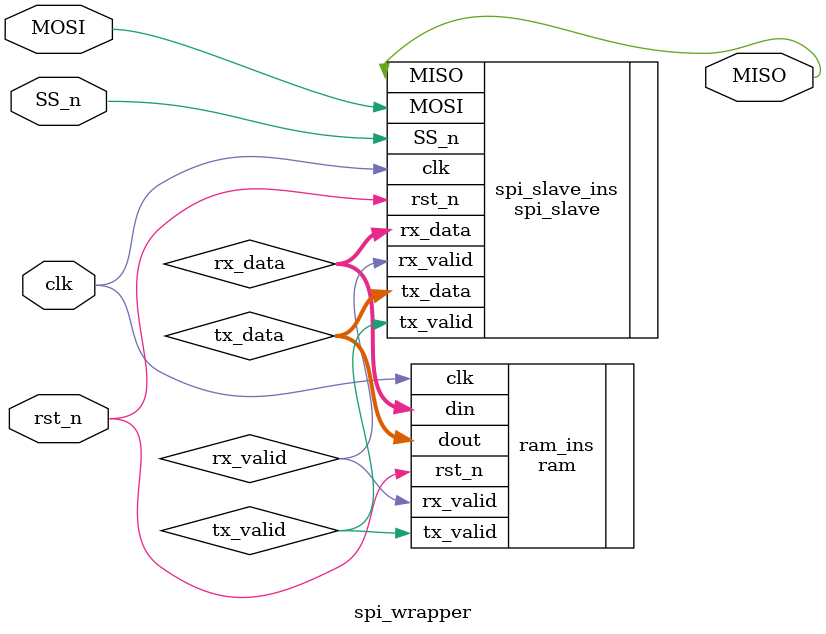
<source format=v>
module spi_wrapper(
    input MOSI , SS_n ,
    input clk , rst_n ,
    output MISO
);
wire tx_valid,rx_valid;
wire [7:0] tx_data;
wire[9:0] rx_data;
spi_slave spi_slave_ins (.clk(clk),.rst_n(rst_n),.SS_n(SS_n),.MOSI(MOSI),.tx_valid(tx_valid),.tx_data(tx_data),.MISO(MISO),.rx_valid(rx_valid),.rx_data(rx_data));
ram ram_ins (.clk(clk),.rst_n(rst_n),.din(rx_data),.rx_valid(rx_valid),.dout(tx_data),.tx_valid(tx_valid));
endmodule
</source>
